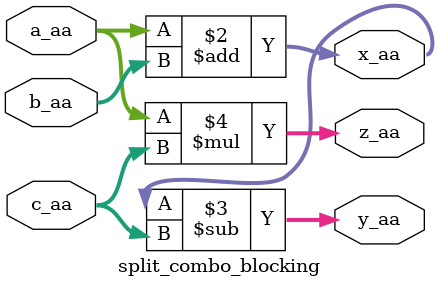
<source format=sv>
module split_combo_blocking (
    input logic [7:0] a_aa,
    input logic [7:0] b_aa,
    input logic [7:0] c_aa,
    output logic [7:0] x_aa,
    output logic [7:0] y_aa,
    output logic [7:0] z_aa
);
    always @(*) begin
        x_aa = a_aa + b_aa;
        y_aa = x_aa - c_aa;
        z_aa = a_aa * c_aa;
    end
endmodule


</source>
